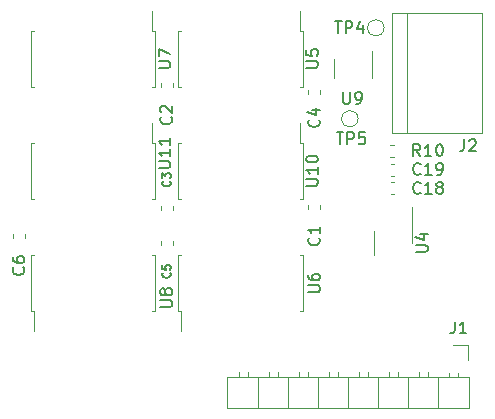
<source format=gbr>
%TF.GenerationSoftware,KiCad,Pcbnew,5.99.0-unknown-ad88874~101~ubuntu20.04.1*%
%TF.CreationDate,2020-05-19T21:15:42-04:00*%
%TF.ProjectId,detector,64657465-6374-46f7-922e-6b696361645f,rev?*%
%TF.SameCoordinates,Original*%
%TF.FileFunction,Legend,Top*%
%TF.FilePolarity,Positive*%
%FSLAX46Y46*%
G04 Gerber Fmt 4.6, Leading zero omitted, Abs format (unit mm)*
G04 Created by KiCad (PCBNEW 5.99.0-unknown-ad88874~101~ubuntu20.04.1) date 2020-05-19 21:15:42*
%MOMM*%
%LPD*%
G01*
G04 APERTURE LIST*
%ADD10C,0.150000*%
%ADD11C,0.120000*%
G04 APERTURE END LIST*
D10*
%TO.C,C6*%
X100357142Y-87666666D02*
X100404761Y-87714285D01*
X100452380Y-87857142D01*
X100452380Y-87952380D01*
X100404761Y-88095238D01*
X100309523Y-88190476D01*
X100214285Y-88238095D01*
X100023809Y-88285714D01*
X99880952Y-88285714D01*
X99690476Y-88238095D01*
X99595238Y-88190476D01*
X99500000Y-88095238D01*
X99452380Y-87952380D01*
X99452380Y-87857142D01*
X99500000Y-87714285D01*
X99547619Y-87666666D01*
X99452380Y-86809523D02*
X99452380Y-87000000D01*
X99500000Y-87095238D01*
X99547619Y-87142857D01*
X99690476Y-87238095D01*
X99880952Y-87285714D01*
X100261904Y-87285714D01*
X100357142Y-87238095D01*
X100404761Y-87190476D01*
X100452380Y-87095238D01*
X100452380Y-86904761D01*
X100404761Y-86809523D01*
X100357142Y-86761904D01*
X100261904Y-86714285D01*
X100023809Y-86714285D01*
X99928571Y-86761904D01*
X99880952Y-86809523D01*
X99833333Y-86904761D01*
X99833333Y-87095238D01*
X99880952Y-87190476D01*
X99928571Y-87238095D01*
X100023809Y-87285714D01*
%TO.C,C5*%
X112750000Y-88116666D02*
X112783333Y-88150000D01*
X112816666Y-88250000D01*
X112816666Y-88316666D01*
X112783333Y-88416666D01*
X112716666Y-88483333D01*
X112650000Y-88516666D01*
X112516666Y-88550000D01*
X112416666Y-88550000D01*
X112283333Y-88516666D01*
X112216666Y-88483333D01*
X112150000Y-88416666D01*
X112116666Y-88316666D01*
X112116666Y-88250000D01*
X112150000Y-88150000D01*
X112183333Y-88116666D01*
X112116666Y-87483333D02*
X112116666Y-87816666D01*
X112450000Y-87850000D01*
X112416666Y-87816666D01*
X112383333Y-87750000D01*
X112383333Y-87583333D01*
X112416666Y-87516666D01*
X112450000Y-87483333D01*
X112516666Y-87450000D01*
X112683333Y-87450000D01*
X112750000Y-87483333D01*
X112783333Y-87516666D01*
X112816666Y-87583333D01*
X112816666Y-87750000D01*
X112783333Y-87816666D01*
X112750000Y-87850000D01*
%TO.C,C4*%
X125357142Y-75166666D02*
X125404761Y-75214285D01*
X125452380Y-75357142D01*
X125452380Y-75452380D01*
X125404761Y-75595238D01*
X125309523Y-75690476D01*
X125214285Y-75738095D01*
X125023809Y-75785714D01*
X124880952Y-75785714D01*
X124690476Y-75738095D01*
X124595238Y-75690476D01*
X124500000Y-75595238D01*
X124452380Y-75452380D01*
X124452380Y-75357142D01*
X124500000Y-75214285D01*
X124547619Y-75166666D01*
X124785714Y-74309523D02*
X125452380Y-74309523D01*
X124404761Y-74547619D02*
X125119047Y-74785714D01*
X125119047Y-74166666D01*
%TO.C,C3*%
X112750000Y-80366666D02*
X112783333Y-80400000D01*
X112816666Y-80500000D01*
X112816666Y-80566666D01*
X112783333Y-80666666D01*
X112716666Y-80733333D01*
X112650000Y-80766666D01*
X112516666Y-80800000D01*
X112416666Y-80800000D01*
X112283333Y-80766666D01*
X112216666Y-80733333D01*
X112150000Y-80666666D01*
X112116666Y-80566666D01*
X112116666Y-80500000D01*
X112150000Y-80400000D01*
X112183333Y-80366666D01*
X112116666Y-80133333D02*
X112116666Y-79700000D01*
X112383333Y-79933333D01*
X112383333Y-79833333D01*
X112416666Y-79766666D01*
X112450000Y-79733333D01*
X112516666Y-79700000D01*
X112683333Y-79700000D01*
X112750000Y-79733333D01*
X112783333Y-79766666D01*
X112816666Y-79833333D01*
X112816666Y-80033333D01*
X112783333Y-80100000D01*
X112750000Y-80133333D01*
%TO.C,C2*%
X112857142Y-74916666D02*
X112904761Y-74964285D01*
X112952380Y-75107142D01*
X112952380Y-75202380D01*
X112904761Y-75345238D01*
X112809523Y-75440476D01*
X112714285Y-75488095D01*
X112523809Y-75535714D01*
X112380952Y-75535714D01*
X112190476Y-75488095D01*
X112095238Y-75440476D01*
X112000000Y-75345238D01*
X111952380Y-75202380D01*
X111952380Y-75107142D01*
X112000000Y-74964285D01*
X112047619Y-74916666D01*
X112047619Y-74535714D02*
X112000000Y-74488095D01*
X111952380Y-74392857D01*
X111952380Y-74154761D01*
X112000000Y-74059523D01*
X112047619Y-74011904D01*
X112142857Y-73964285D01*
X112238095Y-73964285D01*
X112380952Y-74011904D01*
X112952380Y-74583333D01*
X112952380Y-73964285D01*
%TO.C,C1*%
X125357142Y-85166666D02*
X125404761Y-85214285D01*
X125452380Y-85357142D01*
X125452380Y-85452380D01*
X125404761Y-85595238D01*
X125309523Y-85690476D01*
X125214285Y-85738095D01*
X125023809Y-85785714D01*
X124880952Y-85785714D01*
X124690476Y-85738095D01*
X124595238Y-85690476D01*
X124500000Y-85595238D01*
X124452380Y-85452380D01*
X124452380Y-85357142D01*
X124500000Y-85214285D01*
X124547619Y-85166666D01*
X125452380Y-84214285D02*
X125452380Y-84785714D01*
X125452380Y-84500000D02*
X124452380Y-84500000D01*
X124595238Y-84595238D01*
X124690476Y-84690476D01*
X124738095Y-84785714D01*
%TO.C,J1*%
X136866666Y-92252380D02*
X136866666Y-92966666D01*
X136819047Y-93109523D01*
X136723809Y-93204761D01*
X136580952Y-93252380D01*
X136485714Y-93252380D01*
X137866666Y-93252380D02*
X137295238Y-93252380D01*
X137580952Y-93252380D02*
X137580952Y-92252380D01*
X137485714Y-92395238D01*
X137390476Y-92490476D01*
X137295238Y-92538095D01*
%TO.C,C18*%
X133982142Y-81340845D02*
X133934523Y-81388464D01*
X133791666Y-81436083D01*
X133696428Y-81436083D01*
X133553571Y-81388464D01*
X133458333Y-81293226D01*
X133410714Y-81197988D01*
X133363095Y-81007512D01*
X133363095Y-80864655D01*
X133410714Y-80674179D01*
X133458333Y-80578941D01*
X133553571Y-80483703D01*
X133696428Y-80436083D01*
X133791666Y-80436083D01*
X133934523Y-80483703D01*
X133982142Y-80531322D01*
X134934523Y-81436083D02*
X134363095Y-81436083D01*
X134648809Y-81436083D02*
X134648809Y-80436083D01*
X134553571Y-80578941D01*
X134458333Y-80674179D01*
X134363095Y-80721798D01*
X135505952Y-80864655D02*
X135410714Y-80817036D01*
X135363095Y-80769417D01*
X135315476Y-80674179D01*
X135315476Y-80626560D01*
X135363095Y-80531322D01*
X135410714Y-80483703D01*
X135505952Y-80436083D01*
X135696428Y-80436083D01*
X135791666Y-80483703D01*
X135839285Y-80531322D01*
X135886904Y-80626560D01*
X135886904Y-80674179D01*
X135839285Y-80769417D01*
X135791666Y-80817036D01*
X135696428Y-80864655D01*
X135505952Y-80864655D01*
X135410714Y-80912274D01*
X135363095Y-80959893D01*
X135315476Y-81055131D01*
X135315476Y-81245607D01*
X135363095Y-81340845D01*
X135410714Y-81388464D01*
X135505952Y-81436083D01*
X135696428Y-81436083D01*
X135791666Y-81388464D01*
X135839285Y-81340845D01*
X135886904Y-81245607D01*
X135886904Y-81055131D01*
X135839285Y-80959893D01*
X135791666Y-80912274D01*
X135696428Y-80864655D01*
%TO.C,J2*%
X137666666Y-76836083D02*
X137666666Y-77550369D01*
X137619047Y-77693226D01*
X137523809Y-77788464D01*
X137380952Y-77836083D01*
X137285714Y-77836083D01*
X138095238Y-76931322D02*
X138142857Y-76883703D01*
X138238095Y-76836083D01*
X138476190Y-76836083D01*
X138571428Y-76883703D01*
X138619047Y-76931322D01*
X138666666Y-77026560D01*
X138666666Y-77121798D01*
X138619047Y-77264655D01*
X138047619Y-77836083D01*
X138666666Y-77836083D01*
%TO.C,U11*%
X111802380Y-79238095D02*
X112611904Y-79238095D01*
X112707142Y-79190476D01*
X112754761Y-79142857D01*
X112802380Y-79047619D01*
X112802380Y-78857142D01*
X112754761Y-78761904D01*
X112707142Y-78714285D01*
X112611904Y-78666666D01*
X111802380Y-78666666D01*
X112802380Y-77666666D02*
X112802380Y-78238095D01*
X112802380Y-77952380D02*
X111802380Y-77952380D01*
X111945238Y-78047619D01*
X112040476Y-78142857D01*
X112088095Y-78238095D01*
X112802380Y-76714285D02*
X112802380Y-77285714D01*
X112802380Y-77000000D02*
X111802380Y-77000000D01*
X111945238Y-77095238D01*
X112040476Y-77190476D01*
X112088095Y-77285714D01*
%TO.C,U10*%
X124302380Y-80738095D02*
X125111904Y-80738095D01*
X125207142Y-80690476D01*
X125254761Y-80642857D01*
X125302380Y-80547619D01*
X125302380Y-80357142D01*
X125254761Y-80261904D01*
X125207142Y-80214285D01*
X125111904Y-80166666D01*
X124302380Y-80166666D01*
X125302380Y-79166666D02*
X125302380Y-79738095D01*
X125302380Y-79452380D02*
X124302380Y-79452380D01*
X124445238Y-79547619D01*
X124540476Y-79642857D01*
X124588095Y-79738095D01*
X124302380Y-78547619D02*
X124302380Y-78452380D01*
X124350000Y-78357142D01*
X124397619Y-78309523D01*
X124492857Y-78261904D01*
X124683333Y-78214285D01*
X124921428Y-78214285D01*
X125111904Y-78261904D01*
X125207142Y-78309523D01*
X125254761Y-78357142D01*
X125302380Y-78452380D01*
X125302380Y-78547619D01*
X125254761Y-78642857D01*
X125207142Y-78690476D01*
X125111904Y-78738095D01*
X124921428Y-78785714D01*
X124683333Y-78785714D01*
X124492857Y-78738095D01*
X124397619Y-78690476D01*
X124350000Y-78642857D01*
X124302380Y-78547619D01*
%TO.C,U9*%
X127438095Y-72836083D02*
X127438095Y-73645607D01*
X127485714Y-73740845D01*
X127533333Y-73788464D01*
X127628571Y-73836083D01*
X127819047Y-73836083D01*
X127914285Y-73788464D01*
X127961904Y-73740845D01*
X128009523Y-73645607D01*
X128009523Y-72836083D01*
X128533333Y-73836083D02*
X128723809Y-73836083D01*
X128819047Y-73788464D01*
X128866666Y-73740845D01*
X128961904Y-73597988D01*
X129009523Y-73407512D01*
X129009523Y-73026560D01*
X128961904Y-72931322D01*
X128914285Y-72883703D01*
X128819047Y-72836083D01*
X128628571Y-72836083D01*
X128533333Y-72883703D01*
X128485714Y-72931322D01*
X128438095Y-73026560D01*
X128438095Y-73264655D01*
X128485714Y-73359893D01*
X128533333Y-73407512D01*
X128628571Y-73455131D01*
X128819047Y-73455131D01*
X128914285Y-73407512D01*
X128961904Y-73359893D01*
X129009523Y-73264655D01*
%TO.C,U8*%
X111952380Y-91011904D02*
X112761904Y-91011904D01*
X112857142Y-90964285D01*
X112904761Y-90916666D01*
X112952380Y-90821428D01*
X112952380Y-90630952D01*
X112904761Y-90535714D01*
X112857142Y-90488095D01*
X112761904Y-90440476D01*
X111952380Y-90440476D01*
X112380952Y-89821428D02*
X112333333Y-89916666D01*
X112285714Y-89964285D01*
X112190476Y-90011904D01*
X112142857Y-90011904D01*
X112047619Y-89964285D01*
X112000000Y-89916666D01*
X111952380Y-89821428D01*
X111952380Y-89630952D01*
X112000000Y-89535714D01*
X112047619Y-89488095D01*
X112142857Y-89440476D01*
X112190476Y-89440476D01*
X112285714Y-89488095D01*
X112333333Y-89535714D01*
X112380952Y-89630952D01*
X112380952Y-89821428D01*
X112428571Y-89916666D01*
X112476190Y-89964285D01*
X112571428Y-90011904D01*
X112761904Y-90011904D01*
X112857142Y-89964285D01*
X112904761Y-89916666D01*
X112952380Y-89821428D01*
X112952380Y-89630952D01*
X112904761Y-89535714D01*
X112857142Y-89488095D01*
X112761904Y-89440476D01*
X112571428Y-89440476D01*
X112476190Y-89488095D01*
X112428571Y-89535714D01*
X112380952Y-89630952D01*
%TO.C,U7*%
X111802380Y-70761904D02*
X112611904Y-70761904D01*
X112707142Y-70714285D01*
X112754761Y-70666666D01*
X112802380Y-70571428D01*
X112802380Y-70380952D01*
X112754761Y-70285714D01*
X112707142Y-70238095D01*
X112611904Y-70190476D01*
X111802380Y-70190476D01*
X111802380Y-69809523D02*
X111802380Y-69142857D01*
X112802380Y-69571428D01*
%TO.C,U6*%
X124452380Y-89761904D02*
X125261904Y-89761904D01*
X125357142Y-89714285D01*
X125404761Y-89666666D01*
X125452380Y-89571428D01*
X125452380Y-89380952D01*
X125404761Y-89285714D01*
X125357142Y-89238095D01*
X125261904Y-89190476D01*
X124452380Y-89190476D01*
X124452380Y-88285714D02*
X124452380Y-88476190D01*
X124500000Y-88571428D01*
X124547619Y-88619047D01*
X124690476Y-88714285D01*
X124880952Y-88761904D01*
X125261904Y-88761904D01*
X125357142Y-88714285D01*
X125404761Y-88666666D01*
X125452380Y-88571428D01*
X125452380Y-88380952D01*
X125404761Y-88285714D01*
X125357142Y-88238095D01*
X125261904Y-88190476D01*
X125023809Y-88190476D01*
X124928571Y-88238095D01*
X124880952Y-88285714D01*
X124833333Y-88380952D01*
X124833333Y-88571428D01*
X124880952Y-88666666D01*
X124928571Y-88714285D01*
X125023809Y-88761904D01*
%TO.C,U5*%
X124302380Y-70761904D02*
X125111904Y-70761904D01*
X125207142Y-70714285D01*
X125254761Y-70666666D01*
X125302380Y-70571428D01*
X125302380Y-70380952D01*
X125254761Y-70285714D01*
X125207142Y-70238095D01*
X125111904Y-70190476D01*
X124302380Y-70190476D01*
X124302380Y-69238095D02*
X124302380Y-69714285D01*
X124778571Y-69761904D01*
X124730952Y-69714285D01*
X124683333Y-69619047D01*
X124683333Y-69380952D01*
X124730952Y-69285714D01*
X124778571Y-69238095D01*
X124873809Y-69190476D01*
X125111904Y-69190476D01*
X125207142Y-69238095D01*
X125254761Y-69285714D01*
X125302380Y-69380952D01*
X125302380Y-69619047D01*
X125254761Y-69714285D01*
X125207142Y-69761904D01*
%TO.C,U4*%
X133577380Y-86345607D02*
X134386904Y-86345607D01*
X134482142Y-86297988D01*
X134529761Y-86250369D01*
X134577380Y-86155131D01*
X134577380Y-85964655D01*
X134529761Y-85869417D01*
X134482142Y-85821798D01*
X134386904Y-85774179D01*
X133577380Y-85774179D01*
X133910714Y-84869417D02*
X134577380Y-84869417D01*
X133529761Y-85107512D02*
X134244047Y-85345607D01*
X134244047Y-84726560D01*
%TO.C,TP5*%
X126888095Y-76236083D02*
X127459523Y-76236083D01*
X127173809Y-77236083D02*
X127173809Y-76236083D01*
X127792857Y-77236083D02*
X127792857Y-76236083D01*
X128173809Y-76236083D01*
X128269047Y-76283703D01*
X128316666Y-76331322D01*
X128364285Y-76426560D01*
X128364285Y-76569417D01*
X128316666Y-76664655D01*
X128269047Y-76712274D01*
X128173809Y-76759893D01*
X127792857Y-76759893D01*
X129269047Y-76236083D02*
X128792857Y-76236083D01*
X128745238Y-76712274D01*
X128792857Y-76664655D01*
X128888095Y-76617036D01*
X129126190Y-76617036D01*
X129221428Y-76664655D01*
X129269047Y-76712274D01*
X129316666Y-76807512D01*
X129316666Y-77045607D01*
X129269047Y-77140845D01*
X129221428Y-77188464D01*
X129126190Y-77236083D01*
X128888095Y-77236083D01*
X128792857Y-77188464D01*
X128745238Y-77140845D01*
%TO.C,TP4*%
X126738095Y-66836083D02*
X127309523Y-66836083D01*
X127023809Y-67836083D02*
X127023809Y-66836083D01*
X127642857Y-67836083D02*
X127642857Y-66836083D01*
X128023809Y-66836083D01*
X128119047Y-66883703D01*
X128166666Y-66931322D01*
X128214285Y-67026560D01*
X128214285Y-67169417D01*
X128166666Y-67264655D01*
X128119047Y-67312274D01*
X128023809Y-67359893D01*
X127642857Y-67359893D01*
X129071428Y-67169417D02*
X129071428Y-67836083D01*
X128833333Y-66788464D02*
X128595238Y-67502750D01*
X129214285Y-67502750D01*
%TO.C,R10*%
X133957142Y-78236083D02*
X133623809Y-77759893D01*
X133385714Y-78236083D02*
X133385714Y-77236083D01*
X133766666Y-77236083D01*
X133861904Y-77283703D01*
X133909523Y-77331322D01*
X133957142Y-77426560D01*
X133957142Y-77569417D01*
X133909523Y-77664655D01*
X133861904Y-77712274D01*
X133766666Y-77759893D01*
X133385714Y-77759893D01*
X134909523Y-78236083D02*
X134338095Y-78236083D01*
X134623809Y-78236083D02*
X134623809Y-77236083D01*
X134528571Y-77378941D01*
X134433333Y-77474179D01*
X134338095Y-77521798D01*
X135528571Y-77236083D02*
X135623809Y-77236083D01*
X135719047Y-77283703D01*
X135766666Y-77331322D01*
X135814285Y-77426560D01*
X135861904Y-77617036D01*
X135861904Y-77855131D01*
X135814285Y-78045607D01*
X135766666Y-78140845D01*
X135719047Y-78188464D01*
X135623809Y-78236083D01*
X135528571Y-78236083D01*
X135433333Y-78188464D01*
X135385714Y-78140845D01*
X135338095Y-78045607D01*
X135290476Y-77855131D01*
X135290476Y-77617036D01*
X135338095Y-77426560D01*
X135385714Y-77331322D01*
X135433333Y-77283703D01*
X135528571Y-77236083D01*
%TO.C,C19*%
X133982142Y-79740845D02*
X133934523Y-79788464D01*
X133791666Y-79836083D01*
X133696428Y-79836083D01*
X133553571Y-79788464D01*
X133458333Y-79693226D01*
X133410714Y-79597988D01*
X133363095Y-79407512D01*
X133363095Y-79264655D01*
X133410714Y-79074179D01*
X133458333Y-78978941D01*
X133553571Y-78883703D01*
X133696428Y-78836083D01*
X133791666Y-78836083D01*
X133934523Y-78883703D01*
X133982142Y-78931322D01*
X134934523Y-79836083D02*
X134363095Y-79836083D01*
X134648809Y-79836083D02*
X134648809Y-78836083D01*
X134553571Y-78978941D01*
X134458333Y-79074179D01*
X134363095Y-79121798D01*
X135410714Y-79836083D02*
X135601190Y-79836083D01*
X135696428Y-79788464D01*
X135744047Y-79740845D01*
X135839285Y-79597988D01*
X135886904Y-79407512D01*
X135886904Y-79026560D01*
X135839285Y-78931322D01*
X135791666Y-78883703D01*
X135696428Y-78836083D01*
X135505952Y-78836083D01*
X135410714Y-78883703D01*
X135363095Y-78931322D01*
X135315476Y-79026560D01*
X135315476Y-79264655D01*
X135363095Y-79359893D01*
X135410714Y-79407512D01*
X135505952Y-79455131D01*
X135696428Y-79455131D01*
X135791666Y-79407512D01*
X135839285Y-79359893D01*
X135886904Y-79264655D01*
D11*
%TO.C,C6*%
X100510000Y-85162779D02*
X100510000Y-84837221D01*
X99490000Y-85162779D02*
X99490000Y-84837221D01*
%TO.C,C5*%
X113010000Y-85762779D02*
X113010000Y-85437221D01*
X111990000Y-85762779D02*
X111990000Y-85437221D01*
%TO.C,C4*%
X125510000Y-72950279D02*
X125510000Y-72624721D01*
X124490000Y-72950279D02*
X124490000Y-72624721D01*
%TO.C,C3*%
X111990000Y-82449721D02*
X111990000Y-82775279D01*
X113010000Y-82449721D02*
X113010000Y-82775279D01*
%TO.C,C2*%
X113010000Y-72412779D02*
X113010000Y-72087221D01*
X111990000Y-72412779D02*
X111990000Y-72087221D01*
%TO.C,C1*%
X125510000Y-82750279D02*
X125510000Y-82424721D01*
X124490000Y-82750279D02*
X124490000Y-82424721D01*
%TO.C,J1*%
X138080000Y-96940000D02*
X117640000Y-96940000D01*
X117640000Y-96940000D02*
X117640000Y-99600000D01*
X117640000Y-99600000D02*
X138080000Y-99600000D01*
X138080000Y-99600000D02*
X138080000Y-96940000D01*
X137130000Y-96610000D02*
X137130000Y-96940000D01*
X136370000Y-96610000D02*
X136370000Y-96940000D01*
X135480000Y-96940000D02*
X135480000Y-99600000D01*
X134590000Y-96542929D02*
X134590000Y-96940000D01*
X133830000Y-96542929D02*
X133830000Y-96940000D01*
X132940000Y-96940000D02*
X132940000Y-99600000D01*
X132050000Y-96542929D02*
X132050000Y-96940000D01*
X131290000Y-96542929D02*
X131290000Y-96940000D01*
X130400000Y-96940000D02*
X130400000Y-99600000D01*
X129510000Y-96542929D02*
X129510000Y-96940000D01*
X128750000Y-96542929D02*
X128750000Y-96940000D01*
X127860000Y-96940000D02*
X127860000Y-99600000D01*
X126970000Y-96542929D02*
X126970000Y-96940000D01*
X126210000Y-96542929D02*
X126210000Y-96940000D01*
X125320000Y-96940000D02*
X125320000Y-99600000D01*
X124430000Y-96542929D02*
X124430000Y-96940000D01*
X123670000Y-96542929D02*
X123670000Y-96940000D01*
X122780000Y-96940000D02*
X122780000Y-99600000D01*
X121890000Y-96542929D02*
X121890000Y-96940000D01*
X121130000Y-96542929D02*
X121130000Y-96940000D01*
X120240000Y-96940000D02*
X120240000Y-99600000D01*
X119350000Y-96542929D02*
X119350000Y-96940000D01*
X118590000Y-96542929D02*
X118590000Y-96940000D01*
X136750000Y-94230000D02*
X138020000Y-94230000D01*
X138020000Y-94230000D02*
X138020000Y-95500000D01*
%TO.C,C18*%
X131449721Y-81493703D02*
X131775279Y-81493703D01*
X131449721Y-80473703D02*
X131775279Y-80473703D01*
%TO.C,J2*%
X131590000Y-66163703D02*
X131590000Y-76323703D01*
X139210000Y-66163703D02*
X131590000Y-66163703D01*
X139210000Y-76323703D02*
X139210000Y-66163703D01*
X131590000Y-76323703D02*
X139210000Y-76323703D01*
X132860000Y-76323703D02*
X132860000Y-66163703D01*
%TO.C,U11*%
X111255000Y-77115000D02*
X111255000Y-75450000D01*
X111510000Y-77115000D02*
X111255000Y-77115000D01*
X111510000Y-79500000D02*
X111510000Y-77115000D01*
X111510000Y-81885000D02*
X111255000Y-81885000D01*
X111510000Y-79500000D02*
X111510000Y-81885000D01*
X100990000Y-77115000D02*
X101245000Y-77115000D01*
X100990000Y-79500000D02*
X100990000Y-77115000D01*
X100990000Y-81885000D02*
X101245000Y-81885000D01*
X100990000Y-79500000D02*
X100990000Y-81885000D01*
%TO.C,U10*%
X123755000Y-77115000D02*
X123755000Y-75450000D01*
X124010000Y-77115000D02*
X123755000Y-77115000D01*
X124010000Y-79500000D02*
X124010000Y-77115000D01*
X124010000Y-81885000D02*
X123755000Y-81885000D01*
X124010000Y-79500000D02*
X124010000Y-81885000D01*
X113490000Y-77115000D02*
X113745000Y-77115000D01*
X113490000Y-79500000D02*
X113490000Y-77115000D01*
X113490000Y-81885000D02*
X113745000Y-81885000D01*
X113490000Y-79500000D02*
X113490000Y-81885000D01*
%TO.C,U9*%
X129850000Y-71633703D02*
X129850000Y-69333703D01*
X126650000Y-70033703D02*
X126650000Y-71633703D01*
%TO.C,U8*%
X101245000Y-91385000D02*
X101245000Y-93050000D01*
X100990000Y-91385000D02*
X101245000Y-91385000D01*
X100990000Y-89000000D02*
X100990000Y-91385000D01*
X100990000Y-86615000D02*
X101245000Y-86615000D01*
X100990000Y-89000000D02*
X100990000Y-86615000D01*
X111510000Y-91385000D02*
X111255000Y-91385000D01*
X111510000Y-89000000D02*
X111510000Y-91385000D01*
X111510000Y-86615000D02*
X111255000Y-86615000D01*
X111510000Y-89000000D02*
X111510000Y-86615000D01*
%TO.C,U7*%
X111255000Y-67615000D02*
X111255000Y-65950000D01*
X111510000Y-67615000D02*
X111255000Y-67615000D01*
X111510000Y-70000000D02*
X111510000Y-67615000D01*
X111510000Y-72385000D02*
X111255000Y-72385000D01*
X111510000Y-70000000D02*
X111510000Y-72385000D01*
X100990000Y-67615000D02*
X101245000Y-67615000D01*
X100990000Y-70000000D02*
X100990000Y-67615000D01*
X100990000Y-72385000D02*
X101245000Y-72385000D01*
X100990000Y-70000000D02*
X100990000Y-72385000D01*
%TO.C,U6*%
X113745000Y-91385000D02*
X113745000Y-93050000D01*
X113490000Y-91385000D02*
X113745000Y-91385000D01*
X113490000Y-89000000D02*
X113490000Y-91385000D01*
X113490000Y-86615000D02*
X113745000Y-86615000D01*
X113490000Y-89000000D02*
X113490000Y-86615000D01*
X124010000Y-91385000D02*
X123755000Y-91385000D01*
X124010000Y-89000000D02*
X124010000Y-91385000D01*
X124010000Y-86615000D02*
X123755000Y-86615000D01*
X124010000Y-89000000D02*
X124010000Y-86615000D01*
%TO.C,U5*%
X123755000Y-67615000D02*
X123755000Y-65950000D01*
X124010000Y-67615000D02*
X123755000Y-67615000D01*
X124010000Y-70000000D02*
X124010000Y-67615000D01*
X124010000Y-72385000D02*
X123755000Y-72385000D01*
X124010000Y-70000000D02*
X124010000Y-72385000D01*
X113490000Y-67615000D02*
X113745000Y-67615000D01*
X113490000Y-70000000D02*
X113490000Y-67615000D01*
X113490000Y-72385000D02*
X113745000Y-72385000D01*
X113490000Y-70000000D02*
X113490000Y-72385000D01*
%TO.C,U4*%
X133245000Y-85583703D02*
X133245000Y-82583703D01*
X130005000Y-86583703D02*
X130005000Y-84583703D01*
%TO.C,TP5*%
X128700000Y-75083703D02*
G75*
G03*
X128700000Y-75083703I-700000J0D01*
G01*
%TO.C,TP4*%
X130900000Y-67383703D02*
G75*
G03*
X130900000Y-67383703I-700000J0D01*
G01*
%TO.C,R10*%
X131424721Y-78293703D02*
X131750279Y-78293703D01*
X131424721Y-77273703D02*
X131750279Y-77273703D01*
%TO.C,C19*%
X131775279Y-78873703D02*
X131449721Y-78873703D01*
X131775279Y-79893703D02*
X131449721Y-79893703D01*
%TD*%
M02*

</source>
